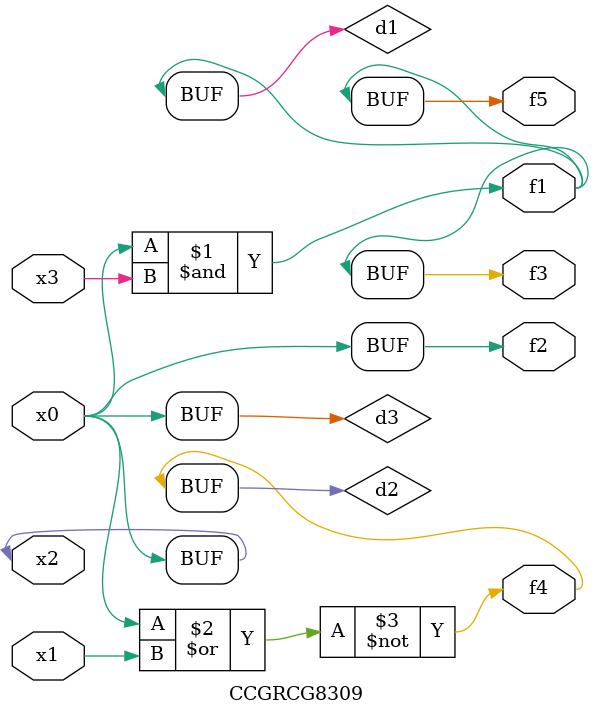
<source format=v>
module CCGRCG8309(
	input x0, x1, x2, x3,
	output f1, f2, f3, f4, f5
);

	wire d1, d2, d3;

	and (d1, x2, x3);
	nor (d2, x0, x1);
	buf (d3, x0, x2);
	assign f1 = d1;
	assign f2 = d3;
	assign f3 = d1;
	assign f4 = d2;
	assign f5 = d1;
endmodule

</source>
